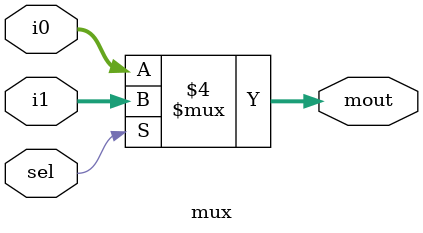
<source format=v>
`timescale 1ns / 1ps
module mux(mout,i0,i1,sel);

input [31:0]i0,i1;
input sel;

output reg [31:0]mout;

always @(i0 or i1 or sel)
     begin
	   if(sel==0)
	    mout<=i0;
		else
		 mout<=i1;
	  end
	  

endmodule

</source>
